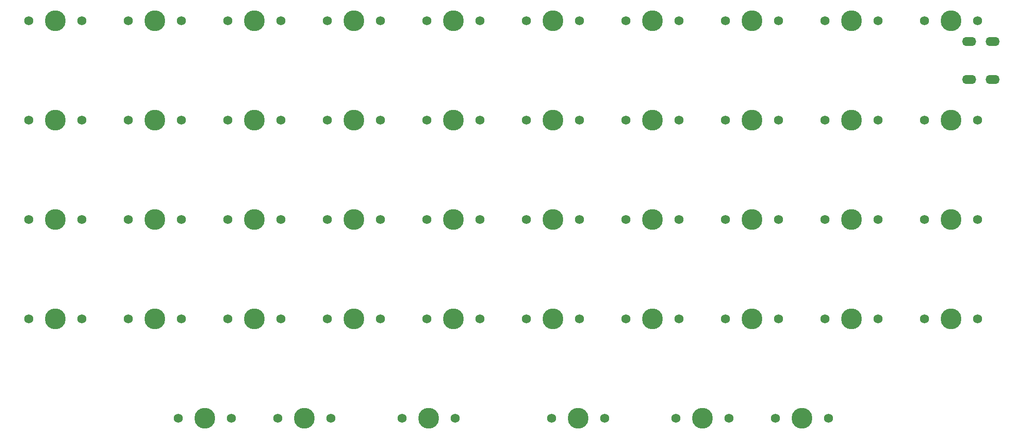
<source format=gts>
%TF.GenerationSoftware,KiCad,Pcbnew,(5.1.12)-1*%
%TF.CreationDate,2021-12-29T23:43:14-05:00*%
%TF.ProjectId,my-keeb,6d792d6b-6565-4622-9e6b-696361645f70,rev?*%
%TF.SameCoordinates,Original*%
%TF.FileFunction,Soldermask,Top*%
%TF.FilePolarity,Negative*%
%FSLAX46Y46*%
G04 Gerber Fmt 4.6, Leading zero omitted, Abs format (unit mm)*
G04 Created by KiCad (PCBNEW (5.1.12)-1) date 2021-12-29 23:43:14*
%MOMM*%
%LPD*%
G01*
G04 APERTURE LIST*
%ADD10O,2.700000X1.700000*%
%ADD11C,1.750000*%
%ADD12C,3.987800*%
G04 APERTURE END LIST*
D10*
%TO.C,USB1*%
X201604000Y-26228000D03*
X201604000Y-33528000D03*
X197104000Y-33528000D03*
X197104000Y-26228000D03*
%TD*%
D11*
%TO.C,MX46*%
X198755000Y-79375000D03*
X188595000Y-79375000D03*
D12*
X193675000Y-79375000D03*
%TD*%
D11*
%TO.C,MX45*%
X198755000Y-60325000D03*
X188595000Y-60325000D03*
D12*
X193675000Y-60325000D03*
%TD*%
D11*
%TO.C,MX44*%
X198755000Y-41275000D03*
X188595000Y-41275000D03*
D12*
X193675000Y-41275000D03*
%TD*%
D11*
%TO.C,MX43*%
X198755000Y-22225000D03*
X188595000Y-22225000D03*
D12*
X193675000Y-22225000D03*
%TD*%
D11*
%TO.C,MX42*%
X179705000Y-79375000D03*
X169545000Y-79375000D03*
D12*
X174625000Y-79375000D03*
%TD*%
D11*
%TO.C,MX41*%
X179705000Y-60325000D03*
X169545000Y-60325000D03*
D12*
X174625000Y-60325000D03*
%TD*%
D11*
%TO.C,MX40*%
X179705000Y-41275000D03*
X169545000Y-41275000D03*
D12*
X174625000Y-41275000D03*
%TD*%
D11*
%TO.C,MX39*%
X179705000Y-22225000D03*
X169545000Y-22225000D03*
D12*
X174625000Y-22225000D03*
%TD*%
D11*
%TO.C,MX38*%
X170180000Y-98425000D03*
X160020000Y-98425000D03*
D12*
X165100000Y-98425000D03*
%TD*%
D11*
%TO.C,MX37*%
X160655000Y-79375000D03*
X150495000Y-79375000D03*
D12*
X155575000Y-79375000D03*
%TD*%
D11*
%TO.C,MX36*%
X160655000Y-60325000D03*
X150495000Y-60325000D03*
D12*
X155575000Y-60325000D03*
%TD*%
D11*
%TO.C,MX35*%
X160655000Y-41275000D03*
X150495000Y-41275000D03*
D12*
X155575000Y-41275000D03*
%TD*%
D11*
%TO.C,MX34*%
X160655000Y-22225000D03*
X150495000Y-22225000D03*
D12*
X155575000Y-22225000D03*
%TD*%
D11*
%TO.C,MX33*%
X151130000Y-98425000D03*
X140970000Y-98425000D03*
D12*
X146050000Y-98425000D03*
%TD*%
D11*
%TO.C,MX32*%
X141605000Y-79375000D03*
X131445000Y-79375000D03*
D12*
X136525000Y-79375000D03*
%TD*%
D11*
%TO.C,MX31*%
X141605000Y-60325000D03*
X131445000Y-60325000D03*
D12*
X136525000Y-60325000D03*
%TD*%
D11*
%TO.C,MX30*%
X141605000Y-41275000D03*
X131445000Y-41275000D03*
D12*
X136525000Y-41275000D03*
%TD*%
D11*
%TO.C,MX29*%
X141605000Y-22225000D03*
X131445000Y-22225000D03*
D12*
X136525000Y-22225000D03*
%TD*%
D11*
%TO.C,MX28*%
X127317500Y-98425000D03*
X117157500Y-98425000D03*
D12*
X122237500Y-98425000D03*
%TD*%
D11*
%TO.C,MX27*%
X122555000Y-79375000D03*
X112395000Y-79375000D03*
D12*
X117475000Y-79375000D03*
%TD*%
D11*
%TO.C,MX26*%
X122555000Y-60325000D03*
X112395000Y-60325000D03*
D12*
X117475000Y-60325000D03*
%TD*%
D11*
%TO.C,MX25*%
X122555000Y-41275000D03*
X112395000Y-41275000D03*
D12*
X117475000Y-41275000D03*
%TD*%
D11*
%TO.C,MX24*%
X122555000Y-22225000D03*
X112395000Y-22225000D03*
D12*
X117475000Y-22225000D03*
%TD*%
D11*
%TO.C,MX23*%
X98742500Y-98425000D03*
X88582500Y-98425000D03*
D12*
X93662500Y-98425000D03*
%TD*%
D11*
%TO.C,MX22*%
X103505000Y-79375000D03*
X93345000Y-79375000D03*
D12*
X98425000Y-79375000D03*
%TD*%
D11*
%TO.C,MX21*%
X103505000Y-60325000D03*
X93345000Y-60325000D03*
D12*
X98425000Y-60325000D03*
%TD*%
D11*
%TO.C,MX20*%
X103505000Y-41275000D03*
X93345000Y-41275000D03*
D12*
X98425000Y-41275000D03*
%TD*%
D11*
%TO.C,MX19*%
X103505000Y-22225000D03*
X93345000Y-22225000D03*
D12*
X98425000Y-22225000D03*
%TD*%
D11*
%TO.C,MX18*%
X74930000Y-98425000D03*
X64770000Y-98425000D03*
D12*
X69850000Y-98425000D03*
%TD*%
D11*
%TO.C,MX17*%
X84455000Y-79375000D03*
X74295000Y-79375000D03*
D12*
X79375000Y-79375000D03*
%TD*%
D11*
%TO.C,MX16*%
X84455000Y-60325000D03*
X74295000Y-60325000D03*
D12*
X79375000Y-60325000D03*
%TD*%
D11*
%TO.C,MX15*%
X84455000Y-41275000D03*
X74295000Y-41275000D03*
D12*
X79375000Y-41275000D03*
%TD*%
D11*
%TO.C,MX14*%
X84455000Y-22225000D03*
X74295000Y-22225000D03*
D12*
X79375000Y-22225000D03*
%TD*%
D11*
%TO.C,MX13*%
X55880000Y-98425000D03*
X45720000Y-98425000D03*
D12*
X50800000Y-98425000D03*
%TD*%
D11*
%TO.C,MX12*%
X65405000Y-79375000D03*
X55245000Y-79375000D03*
D12*
X60325000Y-79375000D03*
%TD*%
D11*
%TO.C,MX11*%
X65405000Y-60325000D03*
X55245000Y-60325000D03*
D12*
X60325000Y-60325000D03*
%TD*%
D11*
%TO.C,MX10*%
X65405000Y-41275000D03*
X55245000Y-41275000D03*
D12*
X60325000Y-41275000D03*
%TD*%
D11*
%TO.C,MX9*%
X65405000Y-22225000D03*
X55245000Y-22225000D03*
D12*
X60325000Y-22225000D03*
%TD*%
D11*
%TO.C,MX8*%
X46355000Y-79375000D03*
X36195000Y-79375000D03*
D12*
X41275000Y-79375000D03*
%TD*%
D11*
%TO.C,MX7*%
X46355000Y-60325000D03*
X36195000Y-60325000D03*
D12*
X41275000Y-60325000D03*
%TD*%
D11*
%TO.C,MX6*%
X46355000Y-41275000D03*
X36195000Y-41275000D03*
D12*
X41275000Y-41275000D03*
%TD*%
D11*
%TO.C,MX5*%
X46355000Y-22225000D03*
X36195000Y-22225000D03*
D12*
X41275000Y-22225000D03*
%TD*%
D11*
%TO.C,MX4*%
X27305000Y-79375000D03*
X17145000Y-79375000D03*
D12*
X22225000Y-79375000D03*
%TD*%
D11*
%TO.C,MX3*%
X27305000Y-60325000D03*
X17145000Y-60325000D03*
D12*
X22225000Y-60325000D03*
%TD*%
D11*
%TO.C,MX2*%
X27305000Y-41275000D03*
X17145000Y-41275000D03*
D12*
X22225000Y-41275000D03*
%TD*%
D11*
%TO.C,MX1*%
X27305000Y-22225000D03*
X17145000Y-22225000D03*
D12*
X22225000Y-22225000D03*
%TD*%
M02*

</source>
